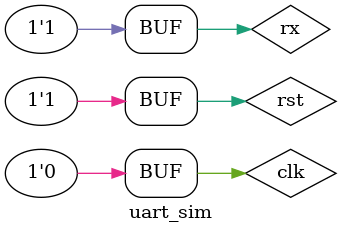
<source format=v>
`timescale 1ns / 1ps


module uart_sim(

    );
    
    reg clk, rst, rx;
    wire clk_o, wen, done, tx;
    wire[14:0] addr;
    wire[31:0] dat;
    
    uart_bmpg_0 uart(
        .upg_clk_i(clk),
        .upg_rst_i(rst),
        .upg_rx_i(rx),
        .upg_clk_o(clk_o),
        .upg_wen_o(wen),
        .upg_adr_o(addr),
        .upg_dat_o(dat),
        .upg_done_o(done),
        .upg_tx_o(tx)
    );
    
    initial begin 
        clk = 0;
        rst = 0;
        rx = 1;
        #11 rst = 1;
        repeat(100) begin
            rx = ~rx;
            #1 clk = ~clk;
        end
    end
    
//    always #3 sys_clk = ~sys_clk;
    
endmodule

</source>
